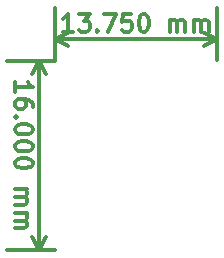
<source format=gbr>
%TF.GenerationSoftware,KiCad,Pcbnew,4.0.7*%
%TF.CreationDate,2017-11-15T16:48:18+08:00*%
%TF.ProjectId,MicroUSB,4D6963726F5553422E6B696361645F70,rev?*%
%TF.FileFunction,Other,ECO1*%
%FSLAX46Y46*%
G04 Gerber Fmt 4.6, Leading zero omitted, Abs format (unit mm)*
G04 Created by KiCad (PCBNEW 4.0.7) date 11/15/17 16:48:18*
%MOMM*%
%LPD*%
G01*
G04 APERTURE LIST*
%ADD10C,0.100000*%
%ADD11C,0.300000*%
G04 APERTURE END LIST*
D10*
D11*
X-2238571Y-3392858D02*
X-2238571Y-2535715D01*
X-2238571Y-2964287D02*
X-738571Y-2964287D01*
X-952857Y-2821430D01*
X-1095714Y-2678572D01*
X-1167143Y-2535715D01*
X-738571Y-4678572D02*
X-738571Y-4392858D01*
X-810000Y-4250001D01*
X-881429Y-4178572D01*
X-1095714Y-4035715D01*
X-1381429Y-3964286D01*
X-1952857Y-3964286D01*
X-2095714Y-4035715D01*
X-2167143Y-4107143D01*
X-2238571Y-4250001D01*
X-2238571Y-4535715D01*
X-2167143Y-4678572D01*
X-2095714Y-4750001D01*
X-1952857Y-4821429D01*
X-1595714Y-4821429D01*
X-1452857Y-4750001D01*
X-1381429Y-4678572D01*
X-1310000Y-4535715D01*
X-1310000Y-4250001D01*
X-1381429Y-4107143D01*
X-1452857Y-4035715D01*
X-1595714Y-3964286D01*
X-2095714Y-5464286D02*
X-2167143Y-5535714D01*
X-2238571Y-5464286D01*
X-2167143Y-5392857D01*
X-2095714Y-5464286D01*
X-2238571Y-5464286D01*
X-738571Y-6464286D02*
X-738571Y-6607143D01*
X-810000Y-6750000D01*
X-881429Y-6821429D01*
X-1024286Y-6892858D01*
X-1310000Y-6964286D01*
X-1667143Y-6964286D01*
X-1952857Y-6892858D01*
X-2095714Y-6821429D01*
X-2167143Y-6750000D01*
X-2238571Y-6607143D01*
X-2238571Y-6464286D01*
X-2167143Y-6321429D01*
X-2095714Y-6250000D01*
X-1952857Y-6178572D01*
X-1667143Y-6107143D01*
X-1310000Y-6107143D01*
X-1024286Y-6178572D01*
X-881429Y-6250000D01*
X-810000Y-6321429D01*
X-738571Y-6464286D01*
X-738571Y-7892857D02*
X-738571Y-8035714D01*
X-810000Y-8178571D01*
X-881429Y-8250000D01*
X-1024286Y-8321429D01*
X-1310000Y-8392857D01*
X-1667143Y-8392857D01*
X-1952857Y-8321429D01*
X-2095714Y-8250000D01*
X-2167143Y-8178571D01*
X-2238571Y-8035714D01*
X-2238571Y-7892857D01*
X-2167143Y-7750000D01*
X-2095714Y-7678571D01*
X-1952857Y-7607143D01*
X-1667143Y-7535714D01*
X-1310000Y-7535714D01*
X-1024286Y-7607143D01*
X-881429Y-7678571D01*
X-810000Y-7750000D01*
X-738571Y-7892857D01*
X-738571Y-9321428D02*
X-738571Y-9464285D01*
X-810000Y-9607142D01*
X-881429Y-9678571D01*
X-1024286Y-9750000D01*
X-1310000Y-9821428D01*
X-1667143Y-9821428D01*
X-1952857Y-9750000D01*
X-2095714Y-9678571D01*
X-2167143Y-9607142D01*
X-2238571Y-9464285D01*
X-2238571Y-9321428D01*
X-2167143Y-9178571D01*
X-2095714Y-9107142D01*
X-1952857Y-9035714D01*
X-1667143Y-8964285D01*
X-1310000Y-8964285D01*
X-1024286Y-9035714D01*
X-881429Y-9107142D01*
X-810000Y-9178571D01*
X-738571Y-9321428D01*
X-2238571Y-11607142D02*
X-1238571Y-11607142D01*
X-1381429Y-11607142D02*
X-1310000Y-11678570D01*
X-1238571Y-11821428D01*
X-1238571Y-12035713D01*
X-1310000Y-12178570D01*
X-1452857Y-12249999D01*
X-2238571Y-12249999D01*
X-1452857Y-12249999D02*
X-1310000Y-12321428D01*
X-1238571Y-12464285D01*
X-1238571Y-12678570D01*
X-1310000Y-12821428D01*
X-1452857Y-12892856D01*
X-2238571Y-12892856D01*
X-2238571Y-13607142D02*
X-1238571Y-13607142D01*
X-1381429Y-13607142D02*
X-1310000Y-13678570D01*
X-1238571Y-13821428D01*
X-1238571Y-14035713D01*
X-1310000Y-14178570D01*
X-1452857Y-14249999D01*
X-2238571Y-14249999D01*
X-1452857Y-14249999D02*
X-1310000Y-14321428D01*
X-1238571Y-14464285D01*
X-1238571Y-14678570D01*
X-1310000Y-14821428D01*
X-1452857Y-14892856D01*
X-2238571Y-14892856D01*
X-210000Y-750000D02*
X-210000Y-16750000D01*
X1140000Y-750000D02*
X-2910000Y-750000D01*
X1140000Y-16750000D02*
X-2910000Y-16750000D01*
X-210000Y-16750000D02*
X-796421Y-15623496D01*
X-210000Y-16750000D02*
X376421Y-15623496D01*
X-210000Y-750000D02*
X-796421Y-1876504D01*
X-210000Y-750000D02*
X376421Y-1876504D01*
X2657858Y1751429D02*
X1800715Y1751429D01*
X2229287Y1751429D02*
X2229287Y3251429D01*
X2086430Y3037143D01*
X1943572Y2894286D01*
X1800715Y2822857D01*
X3157858Y3251429D02*
X4086429Y3251429D01*
X3586429Y2680000D01*
X3800715Y2680000D01*
X3943572Y2608571D01*
X4015001Y2537143D01*
X4086429Y2394286D01*
X4086429Y2037143D01*
X4015001Y1894286D01*
X3943572Y1822857D01*
X3800715Y1751429D01*
X3372143Y1751429D01*
X3229286Y1822857D01*
X3157858Y1894286D01*
X4729286Y1894286D02*
X4800714Y1822857D01*
X4729286Y1751429D01*
X4657857Y1822857D01*
X4729286Y1894286D01*
X4729286Y1751429D01*
X5300715Y3251429D02*
X6300715Y3251429D01*
X5657858Y1751429D01*
X7586429Y3251429D02*
X6872143Y3251429D01*
X6800714Y2537143D01*
X6872143Y2608571D01*
X7015000Y2680000D01*
X7372143Y2680000D01*
X7515000Y2608571D01*
X7586429Y2537143D01*
X7657857Y2394286D01*
X7657857Y2037143D01*
X7586429Y1894286D01*
X7515000Y1822857D01*
X7372143Y1751429D01*
X7015000Y1751429D01*
X6872143Y1822857D01*
X6800714Y1894286D01*
X8586428Y3251429D02*
X8729285Y3251429D01*
X8872142Y3180000D01*
X8943571Y3108571D01*
X9015000Y2965714D01*
X9086428Y2680000D01*
X9086428Y2322857D01*
X9015000Y2037143D01*
X8943571Y1894286D01*
X8872142Y1822857D01*
X8729285Y1751429D01*
X8586428Y1751429D01*
X8443571Y1822857D01*
X8372142Y1894286D01*
X8300714Y2037143D01*
X8229285Y2322857D01*
X8229285Y2680000D01*
X8300714Y2965714D01*
X8372142Y3108571D01*
X8443571Y3180000D01*
X8586428Y3251429D01*
X10872142Y1751429D02*
X10872142Y2751429D01*
X10872142Y2608571D02*
X10943570Y2680000D01*
X11086428Y2751429D01*
X11300713Y2751429D01*
X11443570Y2680000D01*
X11514999Y2537143D01*
X11514999Y1751429D01*
X11514999Y2537143D02*
X11586428Y2680000D01*
X11729285Y2751429D01*
X11943570Y2751429D01*
X12086428Y2680000D01*
X12157856Y2537143D01*
X12157856Y1751429D01*
X12872142Y1751429D02*
X12872142Y2751429D01*
X12872142Y2608571D02*
X12943570Y2680000D01*
X13086428Y2751429D01*
X13300713Y2751429D01*
X13443570Y2680000D01*
X13514999Y2537143D01*
X13514999Y1751429D01*
X13514999Y2537143D02*
X13586428Y2680000D01*
X13729285Y2751429D01*
X13943570Y2751429D01*
X14086428Y2680000D01*
X14157856Y2537143D01*
X14157856Y1751429D01*
X1140000Y1080000D02*
X14890000Y1080000D01*
X1140000Y-680000D02*
X1140000Y3780000D01*
X14890000Y-680000D02*
X14890000Y3780000D01*
X14890000Y1080000D02*
X13763496Y493579D01*
X14890000Y1080000D02*
X13763496Y1666421D01*
X1140000Y1080000D02*
X2266504Y493579D01*
X1140000Y1080000D02*
X2266504Y1666421D01*
M02*

</source>
